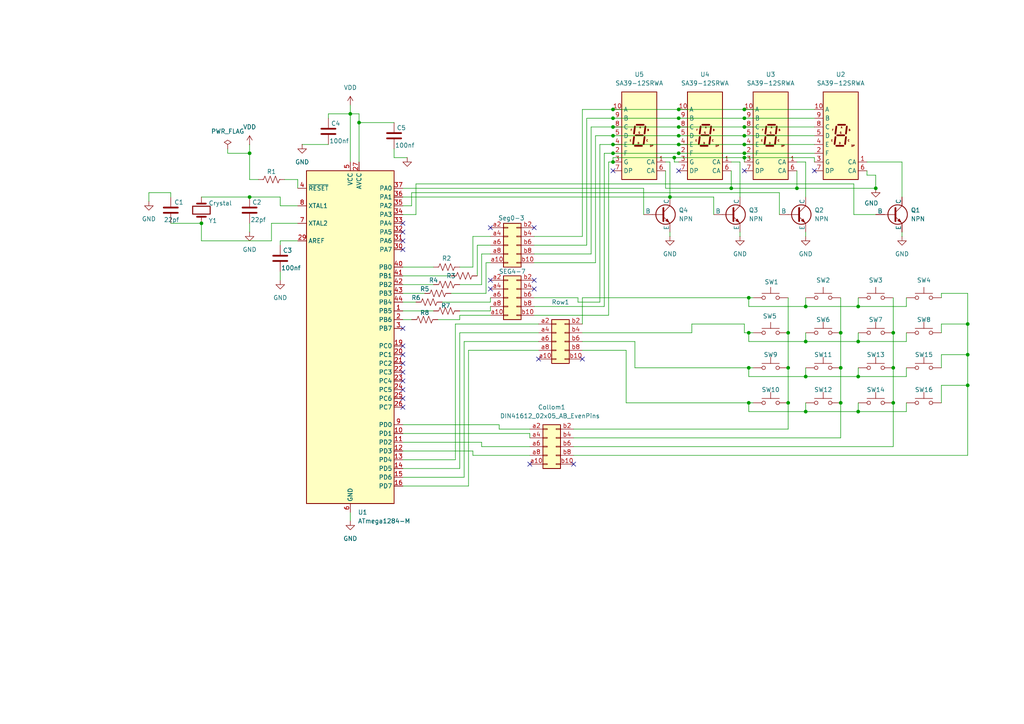
<source format=kicad_sch>
(kicad_sch (version 20231120) (generator "eeschema") (generator_version "8.0")
  (paper "A4")
  (lib_symbols
    (symbol "Connector:DIN41612_02x05_AB_EvenPins" (pin_names (offset 1.016) hide)
      (property "Reference" "J" (at 1.27 7.62 0))
      (property "Value" "DIN41612_02x05_AB_EvenPins" (at 1.27 -7.62 0))
      (symbol "DIN41612_02x05_AB_EvenPins_1_1"
        (rectangle (start -1.27 -4.953) (end 0 -5.207) (stroke (width 0.1524)))
        (rectangle (start -1.27 -2.413) (end 0 -2.667) (stroke (width 0.1524)))
        (rectangle (start -1.27 0.127) (end 0 -0.127) (stroke (width 0.1524)))
        (rectangle (start -1.27 2.667) (end 0 2.413) (stroke (width 0.1524)))
        (rectangle (start -1.27 5.207) (end 0 4.953) (stroke (width 0.1524)))
        (rectangle (start -1.27 6.35) (end 3.81 -6.35) (stroke (width 0.254)) (fill (type background)))
        (rectangle (start 3.81 -4.953) (end 2.54 -5.207) (stroke (width 0.1524)))
        (rectangle (start 3.81 -2.413) (end 2.54 -2.667) (stroke (width 0.1524)))
        (rectangle (start 3.81 0.127) (end 2.54 -0.127) (stroke (width 0.1524)))
        (rectangle (start 3.81 2.667) (end 2.54 2.413) (stroke (width 0.1524)))
        (rectangle (start 3.81 5.207) (end 2.54 4.953) (stroke (width 0.1524)))
        (pin passive line (at -5.08 -5.08 0) (length 3.81) (name "Pin_a10") (number "a10"))
        (pin passive line (at -5.08 5.08 0) (length 3.81) (name "Pin_a2") (number "a2"))
        (pin passive line (at -5.08 2.54 0) (length 3.81) (name "Pin_a4") (number "a4"))
        (pin passive line (at -5.08 0 0) (length 3.81) (name "Pin_a6") (number "a6"))
        (pin passive line (at -5.08 -2.54 0) (length 3.81) (name "Pin_a8") (number "a8"))
        (pin passive line (at 7.62 -5.08 180) (length 3.81) (name "Pin_b10") (number "b10"))
        (pin passive line (at 7.62 5.08 180) (length 3.81) (name "Pin_b2") (number "b2"))
        (pin passive line (at 7.62 2.54 180) (length 3.81) (name "Pin_b4") (number "b4"))
        (pin passive line (at 7.62 0 180) (length 3.81) (name "Pin_b6") (number "b6"))
        (pin passive line (at 7.62 -2.54 180) (length 3.81) (name "Pin_b8") (number "b8"))
      )
    )
    (symbol "Device:C" (pin_numbers hide) (pin_names (offset 0.254))
      (property "Reference" "C" (at 0.635 2.54 0))
      (property "Value" "C" (at 0.635 -2.54 0))
      (symbol "C_0_1"
        (polyline (pts (xy -2.032 -0.762) (xy 2.032 -0.762)) (stroke (width 0.508)))
        (polyline (pts (xy -2.032 0.762) (xy 2.032 0.762)) (stroke (width 0.508)))
      )
      (symbol "C_1_1"
        (pin passive line (at 0 3.81 270) (length 2.794) (name "~") (number "1"))
        (pin passive line (at 0 -3.81 90) (length 2.794) (name "~") (number "2"))
      )
    )
    (symbol "Device:Crystal" (pin_numbers hide) (pin_names (offset 1.016) hide)
      (property "Reference" "Y" (at 0 3.81 0))
      (property "Value" "Crystal" (at 0 -3.81 0))
      (symbol "Crystal_0_1"
        (rectangle (start -1.143 2.54) (end 1.143 -2.54) (stroke (width 0.3048)))
        (polyline (pts (xy -2.54 0) (xy -1.905 0)))
        (polyline (pts (xy -1.905 -1.27) (xy -1.905 1.27)) (stroke (width 0.508)))
        (polyline (pts (xy 1.905 -1.27) (xy 1.905 1.27)) (stroke (width 0.508)))
        (polyline (pts (xy 2.54 0) (xy 1.905 0)))
      )
      (symbol "Crystal_1_1"
        (pin passive line (at -3.81 0 0) (length 1.27) (name "1") (number "1"))
        (pin passive line (at 3.81 0 180) (length 1.27) (name "2") (number "2"))
      )
    )
    (symbol "Device:R_US" (pin_numbers hide) (pin_names (offset 0))
      (property "Reference" "R" (at 2.54 0 90))
      (property "Value" "R_US" (at -2.54 0 90))
      (symbol "R_US_0_1"
        (polyline (pts (xy 0 -2.286) (xy 0 -2.54)))
        (polyline (pts (xy 0 2.286) (xy 0 2.54)))
        (polyline (pts (xy 0 -0.762) (xy 1.016 -1.143) (xy 0 -1.524) (xy -1.016 -1.905) (xy 0 -2.286)))
        (polyline (pts (xy 0 0.762) (xy 1.016 0.381) (xy 0 0) (xy -1.016 -0.381) (xy 0 -0.762)))
        (polyline (pts (xy 0 2.286) (xy 1.016 1.905) (xy 0 1.524) (xy -1.016 1.143) (xy 0 0.762)))
      )
      (symbol "R_US_1_1"
        (pin passive line (at 0 3.81 270) (length 1.27) (name "~") (number "1"))
        (pin passive line (at 0 -3.81 90) (length 1.27) (name "~") (number "2"))
      )
    )
    (symbol "Display_Character:SA39-12SRWA"
      (property "Reference" "U" (at -3.81 13.97 0))
      (property "Value" "SA39-12SRWA" (at 6.35 13.97 0))
      (symbol "SA39-12SRWA_1_0"
        (text "A" (at 0.254 2.413 0) (effects (font (size 0.508 0.508))))
        (text "B" (at 2.54 1.651 0) (effects (font (size 0.508 0.508))))
        (text "C" (at 2.286 -1.397 0) (effects (font (size 0.508 0.508))))
        (text "D" (at -0.254 -2.159 0) (effects (font (size 0.508 0.508))))
        (text "DP" (at 3.556 -2.921 0) (effects (font (size 0.508 0.508))))
        (text "E" (at -2.54 -1.397 0) (effects (font (size 0.508 0.508))))
        (text "F" (at -2.286 1.651 0) (effects (font (size 0.508 0.508))))
        (text "G" (at 0 0.889 0) (effects (font (size 0.508 0.508))))
      )
      (symbol "SA39-12SRWA_1_1"
        (rectangle (start -5.08 12.7) (end 5.08 -12.7) (stroke (width 0.254)) (fill (type background)))
        (polyline (pts (xy -1.524 -0.381) (xy -1.778 -2.413)) (stroke (width 0.508)))
        (polyline (pts (xy -1.27 -2.921) (xy 0.762 -2.921)) (stroke (width 0.508)))
        (polyline (pts (xy -1.27 2.667) (xy -1.524 0.635)) (stroke (width 0.508)))
        (polyline (pts (xy -1.016 0.127) (xy 1.016 0.127)) (stroke (width 0.508)))
        (polyline (pts (xy -0.762 3.175) (xy 1.27 3.175)) (stroke (width 0.508)))
        (polyline (pts (xy 1.524 -0.381) (xy 1.27 -2.413)) (stroke (width 0.508)))
        (polyline (pts (xy 1.778 2.667) (xy 1.524 0.635)) (stroke (width 0.508)))
        (polyline (pts (xy 2.54 -2.921) (xy 2.54 -2.921)) (stroke (width 0.508)))
        (pin input line (at 7.62 -7.62 180) (length 2.54) (name "CA") (number "1"))
        (pin input line (at -7.62 7.62 0) (length 2.54) (name "A") (number "10"))
        (pin input line (at -7.62 -5.08 0) (length 2.54) (name "F") (number "2"))
        (pin input line (at -7.62 -7.62 0) (length 2.54) (name "G") (number "3"))
        (pin input line (at -7.62 -2.54 0) (length 2.54) (name "E") (number "4"))
        (pin input line (at -7.62 0 0) (length 2.54) (name "D") (number "5"))
        (pin input line (at 7.62 -10.16 180) (length 2.54) (name "CA") (number "6"))
        (pin input line (at -7.62 -10.16 0) (length 2.54) (name "DP") (number "7"))
        (pin input line (at -7.62 2.54 0) (length 2.54) (name "C") (number "8"))
        (pin input line (at -7.62 5.08 0) (length 2.54) (name "B") (number "9"))
      )
    )
    (symbol "MCU_Microchip_ATmega:ATmega1284-M"
      (property "Reference" "U" (at -12.7 49.53 0))
      (property "Value" "ATmega1284-M" (at 2.54 -49.53 0))
      (symbol "ATmega1284-M_0_1"
        (rectangle (start -12.7 -48.26) (end 12.7 48.26) (stroke (width 0.254)) (fill (type background)))
      )
      (symbol "ATmega1284-M_1_1"
        (pin bidirectional line (at 15.24 7.62 180) (length 2.54) (name "PB5") (number "1"))
        (pin bidirectional line (at 15.24 -27.94 180) (length 2.54) (name "PD1") (number "10"))
        (pin bidirectional line (at 15.24 -30.48 180) (length 2.54) (name "PD2") (number "11"))
        (pin bidirectional line (at 15.24 -33.02 180) (length 2.54) (name "PD3") (number "12"))
        (pin bidirectional line (at 15.24 -35.56 180) (length 2.54) (name "PD4") (number "13"))
        (pin bidirectional line (at 15.24 -38.1 180) (length 2.54) (name "PD5") (number "14"))
        (pin bidirectional line (at 15.24 -40.64 180) (length 2.54) (name "PD6") (number "15"))
        (pin bidirectional line (at 15.24 -43.18 180) (length 2.54) (name "PD7") (number "16"))
        (pin passive line (at 0 50.8 270) (length 2.54) hide (name "VCC") (number "17"))
        (pin passive line (at 0 -50.8 90) (length 2.54) hide (name "GND") (number "18"))
        (pin bidirectional line (at 15.24 -2.54 180) (length 2.54) (name "PC0") (number "19"))
        (pin bidirectional line (at 15.24 5.08 180) (length 2.54) (name "PB6") (number "2"))
        (pin bidirectional line (at 15.24 -5.08 180) (length 2.54) (name "PC1") (number "20"))
        (pin bidirectional line (at 15.24 -7.62 180) (length 2.54) (name "PC2") (number "21"))
        (pin bidirectional line (at 15.24 -10.16 180) (length 2.54) (name "PC3") (number "22"))
        (pin bidirectional line (at 15.24 -12.7 180) (length 2.54) (name "PC4") (number "23"))
        (pin bidirectional line (at 15.24 -15.24 180) (length 2.54) (name "PC5") (number "24"))
        (pin bidirectional line (at 15.24 -17.78 180) (length 2.54) (name "PC6") (number "25"))
        (pin bidirectional line (at 15.24 -20.32 180) (length 2.54) (name "PC7") (number "26"))
        (pin power_in line (at 2.54 50.8 270) (length 2.54) (name "AVCC") (number "27"))
        (pin passive line (at 0 -50.8 90) (length 2.54) hide (name "GND") (number "28"))
        (pin passive line (at -15.24 27.94 0) (length 2.54) (name "AREF") (number "29"))
        (pin bidirectional line (at 15.24 2.54 180) (length 2.54) (name "PB7") (number "3"))
        (pin bidirectional line (at 15.24 25.4 180) (length 2.54) (name "PA7") (number "30"))
        (pin bidirectional line (at 15.24 27.94 180) (length 2.54) (name "PA6") (number "31"))
        (pin bidirectional line (at 15.24 30.48 180) (length 2.54) (name "PA5") (number "32"))
        (pin bidirectional line (at 15.24 33.02 180) (length 2.54) (name "PA4") (number "33"))
        (pin bidirectional line (at 15.24 35.56 180) (length 2.54) (name "PA3") (number "34"))
        (pin bidirectional line (at 15.24 38.1 180) (length 2.54) (name "PA2") (number "35"))
        (pin bidirectional line (at 15.24 40.64 180) (length 2.54) (name "PA1") (number "36"))
        (pin bidirectional line (at 15.24 43.18 180) (length 2.54) (name "PA0") (number "37"))
        (pin passive line (at 0 50.8 270) (length 2.54) hide (name "VCC") (number "38"))
        (pin passive line (at 0 -50.8 90) (length 2.54) hide (name "GND") (number "39"))
        (pin input line (at -15.24 43.18 0) (length 2.54) (name "~{RESET}") (number "4"))
        (pin bidirectional line (at 15.24 20.32 180) (length 2.54) (name "PB0") (number "40"))
        (pin bidirectional line (at 15.24 17.78 180) (length 2.54) (name "PB1") (number "41"))
        (pin bidirectional line (at 15.24 15.24 180) (length 2.54) (name "PB2") (number "42"))
        (pin bidirectional line (at 15.24 12.7 180) (length 2.54) (name "PB3") (number "43"))
        (pin bidirectional line (at 15.24 10.16 180) (length 2.54) (name "PB4") (number "44"))
        (pin passive line (at 0 -50.8 90) (length 2.54) hide (name "GND") (number "45"))
        (pin power_in line (at 0 50.8 270) (length 2.54) (name "VCC") (number "5"))
        (pin power_in line (at 0 -50.8 90) (length 2.54) (name "GND") (number "6"))
        (pin output line (at -15.24 33.02 0) (length 2.54) (name "XTAL2") (number "7"))
        (pin input line (at -15.24 38.1 0) (length 2.54) (name "XTAL1") (number "8"))
        (pin bidirectional line (at 15.24 -25.4 180) (length 2.54) (name "PD0") (number "9"))
      )
    )
    (symbol "Simulation_SPICE:NPN" (pin_numbers hide) (pin_names (offset 0))
      (property "Reference" "Q" (at -2.54 7.62 0))
      (property "Value" "NPN" (at -2.54 5.08 0))
      (symbol "NPN_0_1"
        (polyline (pts (xy -2.54 0) (xy 0.635 0)) (stroke (width 0.1524)))
        (polyline (pts (xy 0.635 0.635) (xy 2.54 2.54)))
        (polyline (pts (xy 2.794 -1.27) (xy 2.794 -1.27)) (stroke (width 0.1524)))
        (polyline (pts (xy 2.794 -1.27) (xy 2.794 -1.27)) (stroke (width 0.1524)))
        (polyline (pts (xy 0.635 -0.635) (xy 2.54 -2.54) (xy 2.54 -2.54)))
        (polyline (pts (xy 0.635 1.905) (xy 0.635 -1.905) (xy 0.635 -1.905)) (stroke (width 0.508)))
        (polyline (pts (xy 1.27 -1.778) (xy 1.778 -1.27) (xy 2.286 -2.286) (xy 1.27 -1.778) (xy 1.27 -1.778)) (fill (type outline)))
        (circle (center 1.27 0) (radius 2.8194) (stroke (width 0.254)))
      )
      (symbol "NPN_1_1"
        (pin open_collector line (at 2.54 5.08 270) (length 2.54) (name "C") (number "1"))
        (pin input line (at -5.08 0 0) (length 2.54) (name "B") (number "2"))
        (pin open_emitter line (at 2.54 -5.08 90) (length 2.54) (name "E") (number "3"))
      )
    )
    (symbol "Switch:SW_Push" (pin_numbers hide) (pin_names (offset 1.016) hide)
      (property "Reference" "SW" (at 1.27 2.54 0))
      (property "Value" "SW_Push" (at 0 -1.524 0))
      (symbol "SW_Push_0_1"
        (circle (center -2.032 0) (radius 0.508))
        (polyline (pts (xy 0 1.27) (xy 0 3.048)))
        (polyline (pts (xy 2.54 1.27) (xy -2.54 1.27)))
        (circle (center 2.032 0) (radius 0.508))
        (pin passive line (at -5.08 0 0) (length 2.54) (name "1") (number "1"))
        (pin passive line (at 5.08 0 180) (length 2.54) (name "2") (number "2"))
      )
    )
    (symbol "power:GND" (power) (pin_numbers hide) (pin_names (offset 0) hide)
      (property "Value" "GND" (at 0 -3.81 0))
      (symbol "GND_0_1"
        (polyline (pts (xy 0 0) (xy 0 -1.27) (xy 1.27 -1.27) (xy 0 -2.54) (xy -1.27 -1.27) (xy 0 -1.27)))
      )
      (symbol "GND_1_1"
        (pin power_in line (at 0 0 270) (length 0) (name "~") (number "1"))
      )
    )
    (symbol "power:PWR_FLAG" (power) (pin_numbers hide) (pin_names (offset 0) hide)
      (property "Value" "PWR_FLAG" (at 0 3.81 0))
      (symbol "PWR_FLAG_0_0"
        (pin power_out line (at 0 0 90) (length 0) (name "~") (number "1"))
      )
      (symbol "PWR_FLAG_0_1"
        (polyline (pts (xy 0 0) (xy 0 1.27) (xy -1.016 1.905) (xy 0 2.54) (xy 1.016 1.905) (xy 0 1.27)))
      )
    )
    (symbol "power:VDD" (power) (pin_numbers hide) (pin_names (offset 0) hide)
      (property "Value" "VDD" (at 0 3.556 0))
      (symbol "VDD_0_1"
        (polyline (pts (xy -0.762 1.27) (xy 0 2.54)))
        (polyline (pts (xy 0 0) (xy 0 2.54)))
        (polyline (pts (xy 0 2.54) (xy 0.762 1.27)))
      )
      (symbol "VDD_1_1"
        (pin power_in line (at 0 0 90) (length 0) (name "~") (number "1"))
      )
    )
  )
  (junction (at 259.08 106.68))
  (junction (at 233.68 99.06))
  (junction (at 280.67 102.87))
  (junction (at 177.8 39.37))
  (junction (at 217.17 116.84))
  (junction (at 101.6 33.02))
  (junction (at 177.8 34.29))
  (junction (at 196.85 34.29))
  (junction (at 194.31 57.15))
  (junction (at 243.84 106.68))
  (junction (at 231.14 54.61))
  (junction (at 177.8 41.91))
  (junction (at 72.39 44.45))
  (junction (at 196.85 39.37))
  (junction (at 177.8 31.75))
  (junction (at 58.42 64.77))
  (junction (at 217.17 86.36))
  (junction (at 72.39 57.15))
  (junction (at 228.6 116.84))
  (junction (at 215.9 44.45))
  (junction (at 228.6 96.52))
  (junction (at 228.6 106.68))
  (junction (at 280.67 93.98))
  (junction (at 196.85 31.75))
  (junction (at 177.8 36.83))
  (junction (at 215.9 41.91))
  (junction (at 233.68 119.38))
  (junction (at 195.58 45.72))
  (junction (at 259.08 116.84))
  (junction (at 215.9 31.75))
  (junction (at 233.68 88.9))
  (junction (at 215.9 36.83))
  (junction (at 248.92 119.38))
  (junction (at 233.68 109.22))
  (junction (at 243.84 116.84))
  (junction (at 254 54.61))
  (junction (at 177.8 44.45))
  (junction (at 215.9 45.72))
  (junction (at 280.67 111.76))
  (junction (at 217.17 96.52))
  (junction (at 196.85 41.91))
  (junction (at 243.84 96.52))
  (junction (at 196.85 44.45))
  (junction (at 215.9 39.37))
  (junction (at 104.14 35.56))
  (junction (at 248.92 88.9))
  (junction (at 177.8 46.99))
  (junction (at 248.92 99.06))
  (junction (at 196.85 36.83))
  (junction (at 259.08 96.52))
  (junction (at 215.9 34.29))
  (junction (at 248.92 109.22))
  (junction (at 212.09 54.61))
  (junction (at 217.17 106.68))
  (no_connect (at 168.91 104.14))
  (no_connect (at 142.24 83.82))
  (no_connect (at 177.8 49.53))
  (no_connect (at 116.84 72.39))
  (no_connect (at 116.84 105.41))
  (no_connect (at 116.84 95.25))
  (no_connect (at 116.84 115.57))
  (no_connect (at 116.84 118.11))
  (no_connect (at 153.67 134.62))
  (no_connect (at 116.84 107.95))
  (no_connect (at 215.9 49.53))
  (no_connect (at 236.22 49.53))
  (no_connect (at 196.85 49.53))
  (no_connect (at 116.84 64.77))
  (no_connect (at 142.24 81.28))
  (no_connect (at 142.24 66.04))
  (no_connect (at 116.84 110.49))
  (no_connect (at 116.84 100.33))
  (no_connect (at 116.84 69.85))
  (no_connect (at 116.84 113.03))
  (no_connect (at 116.84 102.87))
  (no_connect (at 156.21 104.14))
  (no_connect (at 154.94 83.82))
  (no_connect (at 154.94 81.28))
  (no_connect (at 116.84 67.31))
  (no_connect (at 166.37 134.62))
  (no_connect (at 154.94 66.04))
  (wire (pts (xy 168.91 68.58) (xy 168.91 31.75)))
  (wire (pts (xy 233.68 119.38) (xy 217.17 119.38)))
  (wire (pts (xy 168.91 31.75) (xy 177.8 31.75)))
  (wire (pts (xy 177.8 31.75) (xy 196.85 31.75)))
  (wire (pts (xy 215.9 31.75) (xy 236.22 31.75)))
  (wire (pts (xy 153.67 124.46) (xy 144.78 124.46)))
  (wire (pts (xy 233.68 106.68) (xy 233.68 109.22)))
  (wire (pts (xy 196.85 46.99) (xy 195.58 46.99)))
  (wire (pts (xy 133.35 90.17) (xy 142.24 90.17)))
  (wire (pts (xy 173.99 41.91) (xy 177.8 41.91)))
  (wire (pts (xy 86.36 52.07) (xy 82.55 52.07)))
  (wire (pts (xy 116.84 77.47) (xy 125.73 77.47)))
  (wire (pts (xy 251.46 50.8) (xy 254 50.8)))
  (wire (pts (xy 154.94 88.9) (xy 175.26 88.9)))
  (wire (pts (xy 233.68 99.06) (xy 248.92 99.06)))
  (wire (pts (xy 184.15 106.68) (xy 217.17 106.68)))
  (wire (pts (xy 133.35 91.44) (xy 133.35 92.71)))
  (wire (pts (xy 194.31 46.99) (xy 194.31 57.15)))
  (wire (pts (xy 251.46 46.99) (xy 261.62 46.99)))
  (wire (pts (xy 116.84 135.89) (xy 133.35 135.89)))
  (wire (pts (xy 273.05 86.36) (xy 273.05 85.09)))
  (wire (pts (xy 233.68 109.22) (xy 248.92 109.22)))
  (wire (pts (xy 139.7 82.55) (xy 133.35 82.55)))
  (wire (pts (xy 226.06 55.88) (xy 119.38 55.88)))
  (wire (pts (xy 144.78 124.46) (xy 144.78 123.19)))
  (wire (pts (xy 261.62 46.99) (xy 261.62 57.15)))
  (wire (pts (xy 175.26 44.45) (xy 177.8 44.45)))
  (wire (pts (xy 273.05 85.09) (xy 280.67 85.09)))
  (wire (pts (xy 74.93 52.07) (xy 72.39 52.07)))
  (wire (pts (xy 262.89 106.68) (xy 262.89 109.22)))
  (wire (pts (xy 132.08 93.98) (xy 132.08 133.35)))
  (wire (pts (xy 140.97 85.09) (xy 140.97 76.2)))
  (wire (pts (xy 172.72 76.2) (xy 172.72 39.37)))
  (wire (pts (xy 173.99 87.63) (xy 173.99 41.91)))
  (wire (pts (xy 134.62 138.43) (xy 116.84 138.43)))
  (wire (pts (xy 116.84 62.23) (xy 120.65 62.23)))
  (wire (pts (xy 116.84 128.27) (xy 139.7 128.27)))
  (wire (pts (xy 116.84 82.55) (xy 125.73 82.55)))
  (wire (pts (xy 228.6 106.68) (xy 228.6 116.84)))
  (wire (pts (xy 176.53 91.44) (xy 176.53 46.99)))
  (wire (pts (xy 78.74 69.85) (xy 58.42 69.85)))
  (wire (pts (xy 153.67 129.54) (xy 139.7 129.54)))
  (wire (pts (xy 233.68 88.9) (xy 217.17 88.9)))
  (wire (pts (xy 95.25 33.02) (xy 101.6 33.02)))
  (wire (pts (xy 49.53 64.77) (xy 58.42 64.77)))
  (wire (pts (xy 215.9 93.98) (xy 200.66 93.98)))
  (wire (pts (xy 218.44 96.52) (xy 217.17 96.52)))
  (wire (pts (xy 259.08 86.36) (xy 259.08 96.52)))
  (wire (pts (xy 66.04 44.45) (xy 72.39 44.45)))
  (wire (pts (xy 273.05 93.98) (xy 280.67 93.98)))
  (wire (pts (xy 116.84 140.97) (xy 135.89 140.97)))
  (wire (pts (xy 116.84 90.17) (xy 125.73 90.17)))
  (wire (pts (xy 167.64 86.36) (xy 167.64 87.63)))
  (wire (pts (xy 116.84 54.61) (xy 186.69 54.61)))
  (wire (pts (xy 243.84 86.36) (xy 243.84 96.52)))
  (wire (pts (xy 81.28 69.85) (xy 86.36 69.85)))
  (wire (pts (xy 228.6 86.36) (xy 228.6 96.52)))
  (wire (pts (xy 118.11 45.72) (xy 114.3 45.72)))
  (wire (pts (xy 273.05 116.84) (xy 273.05 111.76)))
  (wire (pts (xy 214.63 46.99) (xy 214.63 57.15)))
  (wire (pts (xy 248.92 88.9) (xy 262.89 88.9)))
  (wire (pts (xy 233.68 96.52) (xy 233.68 99.06)))
  (wire (pts (xy 181.61 116.84) (xy 217.17 116.84)))
  (wire (pts (xy 101.6 46.99) (xy 101.6 33.02)))
  (wire (pts (xy 87.63 41.91) (xy 95.25 41.91)))
  (wire (pts (xy 248.92 119.38) (xy 262.89 119.38)))
  (wire (pts (xy 153.67 125.73) (xy 153.67 127)))
  (wire (pts (xy 154.94 91.44) (xy 176.53 91.44)))
  (wire (pts (xy 81.28 57.15) (xy 72.39 57.15)))
  (wire (pts (xy 251.46 50.8) (xy 251.46 49.53)))
  (wire (pts (xy 138.43 80.01) (xy 138.43 71.12)))
  (wire (pts (xy 168.91 93.98) (xy 168.91 86.36)))
  (wire (pts (xy 166.37 132.08) (xy 280.67 132.08)))
  (wire (pts (xy 262.89 86.36) (xy 262.89 88.9)))
  (wire (pts (xy 104.14 35.56) (xy 114.3 35.56)))
  (wire (pts (xy 116.84 125.73) (xy 153.67 125.73)))
  (wire (pts (xy 280.67 93.98) (xy 280.67 85.09)))
  (wire (pts (xy 194.31 67.31) (xy 194.31 68.58)))
  (wire (pts (xy 101.6 33.02) (xy 101.6 30.48)))
  (wire (pts (xy 116.84 85.09) (xy 123.19 85.09)))
  (wire (pts (xy 247.65 62.23) (xy 254 62.23)))
  (wire (pts (xy 128.27 87.63) (xy 142.24 87.63)))
  (wire (pts (xy 214.63 67.31) (xy 214.63 68.58)))
  (wire (pts (xy 195.58 45.72) (xy 215.9 45.72)))
  (wire (pts (xy 120.65 53.34) (xy 247.65 53.34)))
  (wire (pts (xy 215.9 45.72) (xy 215.9 46.99)))
  (wire (pts (xy 215.9 34.29) (xy 236.22 34.29)))
  (wire (pts (xy 231.14 54.61) (xy 212.09 54.61)))
  (wire (pts (xy 196.85 31.75) (xy 215.9 31.75)))
  (wire (pts (xy 86.36 54.61) (xy 86.36 52.07)))
  (wire (pts (xy 233.68 67.31) (xy 233.68 68.58)))
  (wire (pts (xy 177.8 36.83) (xy 196.85 36.83)))
  (wire (pts (xy 212.09 46.99) (xy 214.63 46.99)))
  (wire (pts (xy 72.39 44.45) (xy 72.39 41.91)))
  (wire (pts (xy 133.35 92.71) (xy 127 92.71)))
  (wire (pts (xy 171.45 36.83) (xy 177.8 36.83)))
  (wire (pts (xy 72.39 64.77) (xy 72.39 67.31)))
  (wire (pts (xy 172.72 39.37) (xy 177.8 39.37)))
  (wire (pts (xy 233.68 46.99) (xy 233.68 57.15)))
  (wire (pts (xy 248.92 86.36) (xy 248.92 88.9)))
  (wire (pts (xy 81.28 71.12) (xy 81.28 69.85)))
  (wire (pts (xy 101.6 148.59) (xy 101.6 151.13)))
  (wire (pts (xy 194.31 46.99) (xy 193.04 46.99)))
  (wire (pts (xy 261.62 67.31) (xy 261.62 68.58)))
  (wire (pts (xy 200.66 96.52) (xy 168.91 96.52)))
  (wire (pts (xy 177.8 41.91) (xy 196.85 41.91)))
  (wire (pts (xy 140.97 76.2) (xy 142.24 76.2)))
  (wire (pts (xy 168.91 99.06) (xy 184.15 99.06)))
  (wire (pts (xy 43.18 58.42) (xy 43.18 55.88)))
  (wire (pts (xy 142.24 73.66) (xy 139.7 73.66)))
  (wire (pts (xy 217.17 88.9) (xy 217.17 86.36)))
  (wire (pts (xy 280.67 111.76) (xy 280.67 102.87)))
  (wire (pts (xy 273.05 106.68) (xy 273.05 102.87)))
  (wire (pts (xy 137.16 130.81) (xy 137.16 132.08)))
  (wire (pts (xy 139.7 73.66) (xy 139.7 82.55)))
  (wire (pts (xy 116.84 130.81) (xy 137.16 130.81)))
  (wire (pts (xy 215.9 44.45) (xy 236.22 44.45)))
  (wire (pts (xy 186.69 62.23) (xy 186.69 54.61)))
  (wire (pts (xy 184.15 99.06) (xy 184.15 106.68)))
  (wire (pts (xy 171.45 73.66) (xy 171.45 36.83)))
  (wire (pts (xy 166.37 124.46) (xy 228.6 124.46)))
  (wire (pts (xy 181.61 101.6) (xy 181.61 116.84)))
  (wire (pts (xy 120.65 62.23) (xy 120.65 53.34)))
  (wire (pts (xy 119.38 59.69) (xy 116.84 59.69)))
  (wire (pts (xy 233.68 116.84) (xy 233.68 119.38)))
  (wire (pts (xy 156.21 93.98) (xy 132.08 93.98)))
  (wire (pts (xy 177.8 34.29) (xy 170.18 34.29)))
  (wire (pts (xy 170.18 71.12) (xy 154.94 71.12)))
  (wire (pts (xy 196.85 36.83) (xy 215.9 36.83)))
  (wire (pts (xy 104.14 46.99) (xy 104.14 35.56)))
  (wire (pts (xy 138.43 71.12) (xy 142.24 71.12)))
  (wire (pts (xy 243.84 116.84) (xy 243.84 127)))
  (wire (pts (xy 248.92 109.22) (xy 262.89 109.22)))
  (wire (pts (xy 248.92 116.84) (xy 248.92 119.38)))
  (wire (pts (xy 254 54.61) (xy 231.14 54.61)))
  (wire (pts (xy 196.85 39.37) (xy 215.9 39.37)))
  (wire (pts (xy 167.64 87.63) (xy 173.99 87.63)))
  (wire (pts (xy 247.65 53.34) (xy 247.65 62.23)))
  (wire (pts (xy 231.14 54.61) (xy 231.14 49.53)))
  (wire (pts (xy 142.24 86.36) (xy 142.24 87.63)))
  (wire (pts (xy 262.89 96.52) (xy 262.89 99.06)))
  (wire (pts (xy 116.84 87.63) (xy 120.65 87.63)))
  (wire (pts (xy 66.04 43.18) (xy 66.04 44.45)))
  (wire (pts (xy 193.04 49.53) (xy 193.04 54.61)))
  (wire (pts (xy 215.9 45.72) (xy 236.22 45.72)))
  (wire (pts (xy 154.94 86.36) (xy 167.64 86.36)))
  (wire (pts (xy 142.24 91.44) (xy 133.35 91.44)))
  (wire (pts (xy 233.68 119.38) (xy 248.92 119.38)))
  (wire (pts (xy 259.08 106.68) (xy 259.08 116.84)))
  (wire (pts (xy 233.68 46.99) (xy 231.14 46.99)))
  (wire (pts (xy 135.89 101.6) (xy 156.21 101.6)))
  (wire (pts (xy 177.8 34.29) (xy 196.85 34.29)))
  (wire (pts (xy 243.84 127) (xy 166.37 127)))
  (wire (pts (xy 114.3 45.72) (xy 114.3 43.18)))
  (wire (pts (xy 215.9 41.91) (xy 236.22 41.91)))
  (wire (pts (xy 154.94 76.2) (xy 172.72 76.2)))
  (wire (pts (xy 215.9 36.83) (xy 236.22 36.83)))
  (wire (pts (xy 243.84 106.68) (xy 243.84 116.84)))
  (wire (pts (xy 212.09 54.61) (xy 193.04 54.61)))
  (wire (pts (xy 215.9 39.37) (xy 236.22 39.37)))
  (wire (pts (xy 196.85 41.91) (xy 215.9 41.91)))
  (wire (pts (xy 142.24 90.17) (xy 142.24 88.9)))
  (wire (pts (xy 217.17 119.38) (xy 217.17 116.84)))
  (wire (pts (xy 280.67 102.87) (xy 280.67 93.98)))
  (wire (pts (xy 104.14 33.02) (xy 101.6 33.02)))
  (wire (pts (xy 273.05 111.76) (xy 280.67 111.76)))
  (wire (pts (xy 259.08 129.54) (xy 166.37 129.54)))
  (wire (pts (xy 81.28 78.74) (xy 81.28 81.28)))
  (wire (pts (xy 226.06 62.23) (xy 226.06 55.88)))
  (wire (pts (xy 233.68 88.9) (xy 248.92 88.9)))
  (wire (pts (xy 212.09 49.53) (xy 212.09 54.61)))
  (wire (pts (xy 104.14 33.02) (xy 104.14 35.56)))
  (wire (pts (xy 215.9 96.52) (xy 215.9 93.98)))
  (wire (pts (xy 233.68 86.36) (xy 233.68 88.9)))
  (wire (pts (xy 233.68 109.22) (xy 217.17 109.22)))
  (wire (pts (xy 137.16 77.47) (xy 137.16 68.58)))
  (wire (pts (xy 49.53 55.88) (xy 49.53 57.15)))
  (wire (pts (xy 280.67 132.08) (xy 280.67 111.76)))
  (wire (pts (xy 177.8 45.72) (xy 177.8 46.99)))
  (wire (pts (xy 243.84 96.52) (xy 243.84 106.68)))
  (wire (pts (xy 233.68 99.06) (xy 217.17 99.06)))
  (wire (pts (xy 228.6 124.46) (xy 228.6 116.84)))
  (wire (pts (xy 217.17 106.68) (xy 218.44 106.68)))
  (wire (pts (xy 196.85 34.29) (xy 215.9 34.29)))
  (wire (pts (xy 86.36 59.69) (xy 81.28 59.69)))
  (wire (pts (xy 217.17 99.06) (xy 217.17 96.52)))
  (wire (pts (xy 116.84 92.71) (xy 119.38 92.71)))
  (wire (pts (xy 175.26 88.9) (xy 175.26 44.45)))
  (wire (pts (xy 168.91 86.36) (xy 217.17 86.36)))
  (wire (pts (xy 139.7 129.54) (xy 139.7 128.27)))
  (wire (pts (xy 154.94 73.66) (xy 171.45 73.66)))
  (wire (pts (xy 273.05 96.52) (xy 273.05 93.98)))
  (wire (pts (xy 137.16 68.58) (xy 142.24 68.58)))
  (wire (pts (xy 170.18 34.29) (xy 170.18 71.12)))
  (wire (pts (xy 248.92 99.06) (xy 262.89 99.06)))
  (wire (pts (xy 58.42 69.85) (xy 58.42 64.77)))
  (wire (pts (xy 133.35 135.89) (xy 133.35 96.52)))
  (wire (pts (xy 86.36 64.77) (xy 78.74 64.77)))
  (wire (pts (xy 259.08 96.52) (xy 259.08 106.68)))
  (wire (pts (xy 132.08 133.35) (xy 116.84 133.35)))
  (wire (pts (xy 134.62 99.06) (xy 134.62 138.43)))
  (wire (pts (xy 95.25 34.29) (xy 95.25 33.02)))
  (wire (pts (xy 217.17 86.36) (xy 218.44 86.36)))
  (wire (pts (xy 207.01 57.15) (xy 207.01 62.23)))
  (wire (pts (xy 137.16 132.08) (xy 153.67 132.08)))
  (wire (pts (xy 194.31 57.15) (xy 207.01 57.15)))
  (wire (pts (xy 116.84 80.01) (xy 130.81 80.01)))
  (wire (pts (xy 259.08 116.84) (xy 259.08 129.54)))
  (wire (pts (xy 195.58 46.99) (xy 195.58 45.72)))
  (wire (pts (xy 154.94 68.58) (xy 168.91 68.58)))
  (wire (pts (xy 177.8 44.45) (xy 196.85 44.45)))
  (wire (pts (xy 217.17 109.22) (xy 217.17 106.68)))
  (wire (pts (xy 130.81 85.09) (xy 140.97 85.09)))
  (wire (pts (xy 144.78 123.19) (xy 116.84 123.19)))
  (wire (pts (xy 196.85 44.45) (xy 215.9 44.45)))
  (wire (pts (xy 273.05 102.87) (xy 280.67 102.87)))
  (wire (pts (xy 254 50.8) (xy 254 54.61)))
  (wire (pts (xy 119.38 55.88) (xy 119.38 59.69)))
  (wire (pts (xy 78.74 64.77) (xy 78.74 69.85)))
  (wire (pts (xy 217.17 116.84) (xy 218.44 116.84)))
  (wire (pts (xy 72.39 52.07) (xy 72.39 44.45)))
  (wire (pts (xy 135.89 140.97) (xy 135.89 101.6)))
  (wire (pts (xy 248.92 106.68) (xy 248.92 109.22)))
  (wire (pts (xy 81.28 59.69) (xy 81.28 57.15)))
  (wire (pts (xy 236.22 46.99) (xy 236.22 45.72)))
  (wire (pts (xy 43.18 55.88) (xy 49.53 55.88)))
  (wire (pts (xy 58.42 57.15) (xy 72.39 57.15)))
  (wire (pts (xy 228.6 96.52) (xy 228.6 106.68)))
  (wire (pts (xy 156.21 99.06) (xy 134.62 99.06)))
  (wire (pts (xy 176.53 46.99) (xy 177.8 46.99)))
  (wire (pts (xy 133.35 96.52) (xy 156.21 96.52)))
  (wire (pts (xy 195.58 45.72) (xy 177.8 45.72)))
  (wire (pts (xy 181.61 101.6) (xy 168.91 101.6)))
  (wire (pts (xy 133.35 77.47) (xy 137.16 77.47)))
  (wire (pts (xy 248.92 96.52) (xy 248.92 99.06)))
  (wire (pts (xy 116.84 57.15) (xy 194.31 57.15)))
  (wire (pts (xy 217.17 96.52) (xy 215.9 96.52)))
  (wire (pts (xy 177.8 39.37) (xy 196.85 39.37)))
  (wire (pts (xy 200.66 93.98) (xy 200.66 96.52)))
  (wire (pts (xy 262.89 116.84) (xy 262.89 119.38)))
  (symbol (lib_id "power:GND") (at 87.63 41.91 0) (unit 1)
    (property "Reference" "#PWR05" (effects (hide yes)))
    (property "Value" "GND" (at 87.63 46.99 0))
    (property "Description" "Power symbol creates a global label with name \"GND\" , ground" (effects (hide yes)))
  )
  (symbol (lib_id "Device:R_US") (at 129.54 77.47 90) (unit 1)
    (property "Reference" "R2" (at 129.54 74.93 90))
    (property "Value" "R_US" (effects (hide yes)))
    (property "Footprint" "Resistor_THT:R_Axial_Power_L20.0mm_W6.4mm_P30.48mm" (effects (hide yes)))
    (property "Description" "Resistor, US symbol" (effects (hide yes)))
  )
  (symbol (lib_id "power:GND") (at 118.11 45.72 0) (unit 1)
    (property "Reference" "#PWR08" (effects (hide yes)))
    (property "Value" "GND" (effects (hide yes)))
    (property "Description" "Power symbol creates a global label with name \"GND\" , ground" (effects (hide yes)))
  )
  (symbol (lib_id "Switch:SW_Push") (at 223.52 86.36 0) (unit 1)
    (property "Reference" "SW1" (at 223.774 81.788 0))
    (property "Value" "SW_Push" (effects (hide yes)))
    (property "Footprint" "Button_Switch_THT:SW_PUSH_6mm_H4.3mm" (effects (hide yes)))
    (property "Description" "Push button switch, generic, two pins" (effects (hide yes)))
  )
  (symbol (lib_id "Switch:SW_Push") (at 238.76 106.68 0) (unit 1)
    (property "Reference" "SW11" (at 238.76 102.87 0))
    (property "Value" "SW_Push" (effects (hide yes)))
    (property "Footprint" "Button_Switch_THT:SW_PUSH_6mm_H4.3mm" (effects (hide yes)))
    (property "Description" "Push button switch, generic, two pins" (effects (hide yes)))
  )
  (symbol (lib_id "Device:R_US") (at 78.74 52.07 90) (unit 1)
    (property "Reference" "R1" (at 78.74 49.784 90))
    (property "Value" "10k" (effects (hide yes)))
    (property "Footprint" "Resistor_SMD:R_0402_1005Metric" (effects (hide yes)))
    (property "Description" "Resistor, US symbol" (effects (hide yes)))
  )
  (symbol (lib_id "Simulation_SPICE:NPN") (at 231.14 62.23 0) (unit 1)
    (property "Reference" "Q2" (at 236.22 60.9599 0) (effects (justify left)))
    (property "Value" "NPN" (at 236.22 63.4999 0) (effects (justify left)))
    (property "Footprint" "Package_TO_SOT_THT:TO-92_HandSolder" (effects (hide yes)))
    (property "Datasheet" "https://ngspice.sourceforge.io/docs/ngspice-html-manual/manual.xhtml#cha_BJTs" (effects (hide yes)))
    (property "Description" "Bipolar transistor symbol for simulation only, substrate tied to the emitter" (effects (hide yes)))
    (property "Sim.Device" "NPN" (effects (hide yes)))
    (property "Sim.Type" "GUMMELPOON" (effects (hide yes)))
    (property "Sim.Pins" "1=C 2=B 3=E" (effects (hide yes)))
  )
  (symbol (lib_id "Connector:DIN41612_02x05_AB_EvenPins") (at 158.75 129.54 0) (unit 1)
    (property "Reference" "Collom1" (at 160.02 118.11 0))
    (property "Value" "DIN41612_02x05_AB_EvenPins" (at 159.512 120.65 0))
    (property "Footprint" "Connector_DIN:DIN41612_B3_2x5_Female_Vertical_THT" (effects (hide yes)))
    (property "Description" "DIN41612 connector, double row (AB) even pins only, 02x05, script generated (kicad-library-utils/schlib/autogen/connector/)" (effects (hide yes)))
  )
  (symbol (lib_id "Switch:SW_Push") (at 223.52 96.52 0) (unit 1)
    (property "Reference" "SW5" (at 223.266 91.694 0))
    (property "Value" "SW_Push" (effects (hide yes)))
    (property "Footprint" "Button_Switch_THT:SW_PUSH_6mm_H4.3mm" (effects (hide yes)))
    (property "Description" "Push button switch, generic, two pins" (effects (hide yes)))
  )
  (symbol (lib_id "Switch:SW_Push") (at 238.76 96.52 0) (unit 1)
    (property "Reference" "SW6" (at 238.76 92.71 0))
    (property "Value" "SW_Push" (effects (hide yes)))
    (property "Footprint" "Button_Switch_THT:SW_PUSH_6mm_H4.3mm" (effects (hide yes)))
    (property "Description" "Push button switch, generic, two pins" (effects (hide yes)))
  )
  (symbol (lib_id "Switch:SW_Push") (at 254 116.84 0) (unit 1)
    (property "Reference" "SW14" (at 254 113.03 0))
    (property "Value" "SW_Push" (effects (hide yes)))
    (property "Footprint" "Button_Switch_THT:SW_PUSH_6mm_H4.3mm" (effects (hide yes)))
    (property "Description" "Push button switch, generic, two pins" (effects (hide yes)))
  )
  (symbol (lib_id "Device:R_US") (at 129.54 90.17 90) (unit 1)
    (property "Reference" "R7" (at 129.286 88.646 90))
    (property "Value" "R_US" (effects (hide yes)))
    (property "Footprint" "Resistor_THT:R_Axial_Power_L20.0mm_W6.4mm_P30.48mm" (effects (hide yes)))
    (property "Description" "Resistor, US symbol" (effects (hide yes)))
  )
  (symbol (lib_id "MCU_Microchip_ATmega:ATmega1284-M") (at 101.6 97.79 0) (unit 1)
    (property "Reference" "U1" (at 103.7941 148.59 0) (effects (justify left)))
    (property "Value" "ATmega1284-M" (at 103.7941 151.13 0) (effects (justify left)))
    (property "Footprint" "Package_DFN_QFN:QFN-44-1EP_7x7mm_P0.5mm_EP5.2x5.2mm" (effects (hide yes)))
    (property "Datasheet" "http://ww1.microchip.com/downloads/en/DeviceDoc/Atmel-8272-8-bit-AVR-microcontroller-ATmega164A_PA-324A_PA-644A_PA-1284_P_datasheet.pdf" (effects (hide yes)))
    (property "Description" "20MHz, 128kB Flash, 16kB SRAM, 4kB EEPROM, JTAG, QFN-44" (effects (hide yes)))
  )
  (symbol (lib_id "Device:R_US") (at 127 85.09 90) (unit 1)
    (property "Reference" "R5" (at 123.19 83.82 90))
    (property "Value" "R_US" (effects (hide yes)))
    (property "Footprint" "Resistor_THT:R_Axial_Power_L20.0mm_W6.4mm_P30.48mm" (effects (hide yes)))
    (property "Description" "Resistor, US symbol" (effects (hide yes)))
  )
  (symbol (lib_id "Switch:SW_Push") (at 223.52 116.84 0) (unit 1)
    (property "Reference" "SW10" (at 223.52 113.03 0))
    (property "Value" "SW_Push" (effects (hide yes)))
    (property "Footprint" "Button_Switch_THT:SW_PUSH_6mm_H4.3mm" (effects (hide yes)))
    (property "Description" "Push button switch, generic, two pins" (effects (hide yes)))
  )
  (symbol (lib_id "power:GND") (at 261.62 68.58 0) (unit 1)
    (property "Reference" "#PWR09" (effects (hide yes)))
    (property "Value" "GND" (at 261.62 73.66 0))
    (property "Description" "Power symbol creates a global label with name \"GND\" , ground" (effects (hide yes)))
  )
  (symbol (lib_id "Switch:SW_Push") (at 267.97 86.36 0) (unit 1)
    (property "Reference" "SW4" (at 267.97 81.28 0))
    (property "Value" "SW_Push" (effects (hide yes)))
    (property "Footprint" "Button_Switch_THT:SW_PUSH_6mm_H4.3mm" (effects (hide yes)))
    (property "Description" "Push button switch, generic, two pins" (effects (hide yes)))
  )
  (symbol (lib_id "power:GND") (at 194.31 68.58 0) (unit 1)
    (property "Reference" "#PWR013" (effects (hide yes)))
    (property "Value" "GND" (at 194.31 73.66 0))
    (property "Description" "Power symbol creates a global label with name \"GND\" , ground" (effects (hide yes)))
  )
  (symbol (lib_id "Switch:SW_Push") (at 267.97 106.68 0) (unit 1)
    (property "Reference" "SW15" (at 267.97 102.87 0))
    (property "Value" "SW_Push" (effects (hide yes)))
    (property "Footprint" "Button_Switch_THT:SW_PUSH_6mm_H4.3mm" (effects (hide yes)))
    (property "Description" "Push button switch, generic, two pins" (effects (hide yes)))
  )
  (symbol (lib_id "power:PWR_FLAG") (at 66.04 43.18 0) (unit 1)
    (property "Reference" "#FLG01" (effects (hide yes)))
    (property "Value" "PWR_FLAG" (at 66.04 38.1 0))
    (property "Description" "Special symbol for telling ERC where power comes from" (effects (hide yes)))
  )
  (symbol (lib_id "Device:R_US") (at 124.46 87.63 90) (unit 1)
    (property "Reference" "R6" (at 120.65 86.36 90))
    (property "Value" "R_US" (effects (hide yes)))
    (property "Footprint" "Resistor_THT:R_Axial_Power_L20.0mm_W6.4mm_P30.48mm" (effects (hide yes)))
    (property "Description" "Resistor, US symbol" (effects (hide yes)))
  )
  (symbol (lib_id "Device:Crystal") (at 58.42 60.96 270) (unit 1)
    (property "Reference" "Y1" (at 62.992 64.008 90) (effects (justify right)))
    (property "Value" "Crystal" (at 67.31 58.928 90) (effects (justify right)))
    (property "Footprint" "Crystal:Crystal_SMD_EuroQuartz_EQ161-2Pin_3.2x1.5mm" (effects (hide yes)))
    (property "Description" "Two pin crystal" (effects (hide yes)))
  )
  (symbol (lib_id "Device:C") (at 49.53 60.96 0) (unit 1)
    (property "Reference" "C1" (at 50.546 58.674 0) (effects (justify left)))
    (property "Value" "22pf" (at 47.498 63.754 0) (effects (justify left)))
    (property "Footprint" "Capacitor_SMD:C_0201_0603Metric" (effects (hide yes)))
    (property "Description" "Unpolarized capacitor" (effects (hide yes)))
  )
  (symbol (lib_id "Device:C") (at 95.25 38.1 0) (unit 1)
    (property "Reference" "C4" (at 96.012 35.814 0) (effects (justify left)))
    (property "Value" "100nf" (at 95.504 40.894 0) (effects (justify left)))
    (property "Footprint" "Capacitor_SMD:C_0201_0603Metric" (effects (hide yes)))
    (property "Description" "Unpolarized capacitor" (effects (hide yes)))
  )
  (symbol (lib_id "power:VDD") (at 101.6 30.48 0) (unit 1)
    (property "Reference" "#PWR06" (effects (hide yes)))
    (property "Value" "VDD" (at 101.6 25.4 0))
    (property "Description" "Power symbol creates a global label with name \"VDD\"" (effects (hide yes)))
  )
  (symbol (lib_id "Connector:DIN41612_02x05_AB_EvenPins") (at 161.29 99.06 0) (unit 1)
    (property "Reference" "Row1" (at 162.56 87.63 0))
    (property "Value" "DIN41612_02x05_AB_EvenPins" (effects (hide yes)))
    (property "Footprint" "Connector_DIN:DIN41612_B3_2x5_Female_Vertical_THT" (effects (hide yes)))
    (property "Description" "DIN41612 connector, double row (AB) even pins only, 02x05, script generated (kicad-library-utils/schlib/autogen/connector/)" (effects (hide yes)))
  )
  (symbol (lib_id "Device:C") (at 114.3 39.37 0) (unit 1)
    (property "Reference" "C5" (at 115.062 37.084 0) (effects (justify left)))
    (property "Value" "100nf" (at 114.554 42.164 0) (effects (justify left)))
    (property "Footprint" "Capacitor_SMD:C_0201_0603Metric" (effects (hide yes)))
    (property "Description" "Unpolarized capacitor" (effects (hide yes)))
  )
  (symbol (lib_id "power:GND") (at 43.18 58.42 0) (unit 1)
    (property "Reference" "#PWR01" (effects (hide yes)))
    (property "Value" "GND" (at 43.18 63.5 0))
    (property "Description" "Power symbol creates a global label with name \"GND\" , ground" (effects (hide yes)))
  )
  (symbol (lib_id "Device:C") (at 81.28 74.93 0) (unit 1)
    (property "Reference" "C3" (at 82.042 72.644 0) (effects (justify left)))
    (property "Value" "100nf" (at 81.534 77.724 0) (effects (justify left)))
    (property "Footprint" "Capacitor_SMD:C_0201_0603Metric" (effects (hide yes)))
    (property "Description" "Unpolarized capacitor" (effects (hide yes)))
  )
  (symbol (lib_id "power:GND") (at 81.28 81.28 0) (unit 1)
    (property "Reference" "#PWR04" (effects (hide yes)))
    (property "Value" "GND" (at 81.28 86.36 0))
    (property "Description" "Power symbol creates a global label with name \"GND\" , ground" (effects (hide yes)))
  )
  (symbol (lib_id "power:VDD") (at 72.39 41.91 0) (unit 1)
    (property "Reference" "#PWR02" (effects (hide yes)))
    (property "Value" "VDD" (at 72.39 36.83 0))
    (property "Description" "Power symbol creates a global label with name \"VDD\"" (effects (hide yes)))
  )
  (symbol (lib_id "Display_Character:SA39-12SRWA") (at 223.52 39.37 0) (unit 1)
    (property "Reference" "U3" (at 223.52 21.59 0))
    (property "Value" "SA39-12SRWA" (at 223.52 24.13 0))
    (property "Footprint" "Display_7Segment:D1X8K" (effects (hide yes)))
    (property "Datasheet" "http://www.kingbrightusa.com/images/catalog/SPEC/sa39-12srwa.pdf" (effects (hide yes)))
    (property "Description" "Single digit 7 segment display, super bright red, common anode" (effects (hide yes)))
  )
  (symbol (lib_id "Simulation_SPICE:NPN") (at 212.09 62.23 0) (unit 1)
    (property "Reference" "Q3" (at 217.17 60.9599 0) (effects (justify left)))
    (property "Value" "NPN" (at 217.17 63.4999 0) (effects (justify left)))
    (property "Footprint" "Package_TO_SOT_THT:TO-92_HandSolder" (effects (hide yes)))
    (property "Datasheet" "https://ngspice.sourceforge.io/docs/ngspice-html-manual/manual.xhtml#cha_BJTs" (effects (hide yes)))
    (property "Description" "Bipolar transistor symbol for simulation only, substrate tied to the emitter" (effects (hide yes)))
    (property "Sim.Device" "NPN" (effects (hide yes)))
    (property "Sim.Type" "GUMMELPOON" (effects (hide yes)))
    (property "Sim.Pins" "1=C 2=B 3=E" (effects (hide yes)))
  )
  (symbol (lib_id "power:GND") (at 101.6 151.13 0) (unit 1)
    (property "Reference" "#PWR07" (effects (hide yes)))
    (property "Value" "GND" (at 101.6 156.21 0))
    (property "Description" "Power symbol creates a global label with name \"GND\" , ground" (effects (hide yes)))
  )
  (symbol (lib_id "Switch:SW_Push") (at 254 86.36 0) (unit 1)
    (property "Reference" "SW3" (at 254 81.28 0))
    (property "Value" "SW_Push" (effects (hide yes)))
    (property "Footprint" "Button_Switch_THT:SW_PUSH_6mm_H4.3mm" (effects (hide yes)))
    (property "Description" "Push button switch, generic, two pins" (effects (hide yes)))
  )
  (symbol (lib_id "power:GND") (at 72.39 67.31 0) (unit 1)
    (property "Reference" "#PWR03" (effects (hide yes)))
    (property "Value" "GND" (at 72.39 72.39 0))
    (property "Description" "Power symbol creates a global label with name \"GND\" , ground" (effects (hide yes)))
  )
  (symbol (lib_id "Display_Character:SA39-12SRWA") (at 185.42 39.37 0) (unit 1)
    (property "Reference" "U5" (at 185.42 21.59 0))
    (property "Value" "SA39-12SRWA" (at 185.42 24.13 0))
    (property "Footprint" "Display_7Segment:D1X8K" (effects (hide yes)))
    (property "Datasheet" "http://www.kingbrightusa.com/images/catalog/SPEC/sa39-12srwa.pdf" (effects (hide yes)))
    (property "Description" "Single digit 7 segment display, super bright red, common anode" (effects (hide yes)))
  )
  (symbol (lib_id "Connector:DIN41612_02x05_AB_EvenPins") (at 147.32 71.12 0) (unit 1)
    (property "Reference" "Seg0-3" (at 148.336 63.246 0))
    (property "Value" "DIN41612_02x05_AB_EvenPins" (effects (hide yes)))
    (property "Footprint" "Connector_DIN:DIN41612_B3_2x5_Female_Vertical_THT" (effects (hide yes)))
    (property "Description" "DIN41612 connector, double row (AB) even pins only, 02x05, script generated (kicad-library-utils/schlib/autogen/connector/)" (effects (hide yes)))
  )
  (symbol (lib_id "Display_Character:SA39-12SRWA") (at 243.84 39.37 0) (unit 1)
    (property "Reference" "U2" (at 243.84 21.59 0))
    (property "Value" "SA39-12SRWA" (at 243.84 24.13 0))
    (property "Footprint" "Display_7Segment:D1X8K" (effects (hide yes)))
    (property "Datasheet" "http://www.kingbrightusa.com/images/catalog/SPEC/sa39-12srwa.pdf" (effects (hide yes)))
    (property "Description" "Single digit 7 segment display, super bright red, common anode" (effects (hide yes)))
  )
  (symbol (lib_id "Display_Character:SA39-12SRWA") (at 204.47 39.37 0) (unit 1)
    (property "Reference" "U4" (at 204.47 21.59 0))
    (property "Value" "SA39-12SRWA" (at 204.47 24.13 0))
    (property "Footprint" "Display_7Segment:D1X8K" (effects (hide yes)))
    (property "Datasheet" "http://www.kingbrightusa.com/images/catalog/SPEC/sa39-12srwa.pdf" (effects (hide yes)))
    (property "Description" "Single digit 7 segment display, super bright red, common anode" (effects (hide yes)))
  )
  (symbol (lib_id "Simulation_SPICE:NPN") (at 191.77 62.23 0) (unit 1)
    (property "Reference" "Q4" (at 196.85 60.9599 0) (effects (justify left)))
    (property "Value" "NPN" (at 196.85 63.4999 0) (effects (justify left)))
    (property "Footprint" "Package_TO_SOT_THT:TO-92_HandSolder" (effects (hide yes)))
    (property "Datasheet" "https://ngspice.sourceforge.io/docs/ngspice-html-manual/manual.xhtml#cha_BJTs" (effects (hide yes)))
    (property "Description" "Bipolar transistor symbol for simulation only, substrate tied to the emitter" (effects (hide yes)))
    (property "Sim.Device" "NPN" (effects (hide yes)))
    (property "Sim.Type" "GUMMELPOON" (effects (hide yes)))
    (property "Sim.Pins" "1=C 2=B 3=E" (effects (hide yes)))
  )
  (symbol (lib_id "Switch:SW_Push") (at 238.76 86.36 0) (unit 1)
    (property "Reference" "SW2" (at 238.76 81.28 0))
    (property "Value" "SW_Push" (effects (hide yes)))
    (property "Footprint" "Button_Switch_THT:SW_PUSH_6mm_H4.3mm" (effects (hide yes)))
    (property "Description" "Push button switch, generic, two pins" (effects (hide yes)))
  )
  (symbol (lib_id "power:GND") (at 214.63 68.58 0) (unit 1)
    (property "Reference" "#PWR012" (effects (hide yes)))
    (property "Value" "GND" (at 214.63 73.66 0))
    (property "Description" "Power symbol creates a global label with name \"GND\" , ground" (effects (hide yes)))
  )
  (symbol (lib_id "Device:R_US") (at 123.19 92.71 90) (unit 1)
    (property "Reference" "R8" (at 123.19 90.678 90))
    (property "Value" "R_US" (effects (hide yes)))
    (property "Footprint" "Resistor_THT:R_Axial_Power_L20.0mm_W6.4mm_P30.48mm" (effects (hide yes)))
    (property "Description" "Resistor, US symbol" (effects (hide yes)))
  )
  (symbol (lib_id "Device:R_US") (at 129.54 82.55 90) (unit 1)
    (property "Reference" "R4" (at 125.73 81.28 90))
    (property "Value" "R_US" (effects (hide yes)))
    (property "Footprint" "Resistor_THT:R_Axial_Power_L20.0mm_W6.4mm_P30.48mm" (effects (hide yes)))
    (property "Description" "Resistor, US symbol" (effects (hide yes)))
  )
  (symbol (lib_id "Switch:SW_Push") (at 254 96.52 0) (unit 1)
    (property "Reference" "SW7" (at 254 92.71 0))
    (property "Value" "SW_Push" (effects (hide yes)))
    (property "Footprint" "Button_Switch_THT:SW_PUSH_6mm_H4.3mm" (effects (hide yes)))
    (property "Description" "Push button switch, generic, two pins" (effects (hide yes)))
  )
  (symbol (lib_id "Device:C") (at 72.39 60.96 0) (unit 1)
    (property "Reference" "C2" (at 73.152 58.674 0) (effects (justify left)))
    (property "Value" "22pf" (at 72.644 63.754 0) (effects (justify left)))
    (property "Footprint" "Capacitor_SMD:C_0201_0603Metric" (effects (hide yes)))
    (property "Description" "Unpolarized capacitor" (effects (hide yes)))
  )
  (symbol (lib_id "Switch:SW_Push") (at 238.76 116.84 0) (unit 1)
    (property "Reference" "SW12" (at 238.76 113.03 0))
    (property "Value" "SW_Push" (effects (hide yes)))
    (property "Footprint" "Button_Switch_THT:SW_PUSH_6mm_H4.3mm" (effects (hide yes)))
    (property "Description" "Push button switch, generic, two pins" (effects (hide yes)))
  )
  (symbol (lib_id "Device:R_US") (at 134.62 80.01 90) (unit 1)
    (property "Reference" "R3" (at 130.81 80.01 90))
    (property "Value" "R_US" (effects (hide yes)))
    (property "Footprint" "Resistor_THT:R_Axial_Power_L20.0mm_W6.4mm_P30.48mm" (effects (hide yes)))
    (property "Description" "Resistor, US symbol" (effects (hide yes)))
  )
  (symbol (lib_id "Simulation_SPICE:NPN") (at 259.08 62.23 0) (unit 1)
    (property "Reference" "Q1" (at 264.16 60.9599 0) (effects (justify left)))
    (property "Value" "NPN" (at 264.16 63.4999 0) (effects (justify left)))
    (property "Footprint" "Package_TO_SOT_THT:TO-92_HandSolder" (effects (hide yes)))
    (property "Datasheet" "https://ngspice.sourceforge.io/docs/ngspice-html-manual/manual.xhtml#cha_BJTs" (effects (hide yes)))
    (property "Description" "Bipolar transistor symbol for simulation only, substrate tied to the emitter" (effects (hide yes)))
    (property "Sim.Device" "NPN" (effects (hide yes)))
    (property "Sim.Type" "GUMMELPOON" (effects (hide yes)))
    (property "Sim.Pins" "1=C 2=B 3=E" (effects (hide yes)))
  )
  (symbol (lib_id "Switch:SW_Push") (at 267.97 96.52 0) (unit 1)
    (property "Reference" "SW8" (at 267.97 92.71 0))
    (property "Value" "SW_Push" (effects (hide yes)))
    (property "Footprint" "Button_Switch_THT:SW_PUSH_6mm_H4.3mm" (effects (hide yes)))
    (property "Description" "Push button switch, generic, two pins" (effects (hide yes)))
  )
  (symbol (lib_id "Switch:SW_Push") (at 223.52 106.68 0) (unit 1)
    (property "Reference" "SW9" (at 223.52 102.87 0))
    (property "Value" "SW_Push" (effects (hide yes)))
    (property "Footprint" "Button_Switch_THT:SW_PUSH_6mm_H4.3mm" (effects (hide yes)))
    (property "Description" "Push button switch, generic, two pins" (effects (hide yes)))
  )
  (symbol (lib_id "power:GND") (at 233.68 68.58 0) (unit 1)
    (property "Reference" "#PWR011" (effects (hide yes)))
    (property "Value" "GND" (at 233.68 73.66 0))
    (property "Description" "Power symbol creates a global label with name \"GND\" , ground" (effects (hide yes)))
  )
  (symbol (lib_id "Connector:DIN41612_02x05_AB_EvenPins") (at 147.32 86.36 0) (unit 1)
    (property "Reference" "SEG4-7" (at 148.59 78.74 0))
    (property "Value" "DIN41612_02x05_AB_EvenPins" (effects (hide yes)))
    (property "Footprint" "Connector_DIN:DIN41612_B3_2x5_Female_Vertical_THT" (effects (hide yes)))
    (property "Description" "DIN41612 connector, double row (AB) even pins only, 02x05, script generated (kicad-library-utils/schlib/autogen/connector/)" (effects (hide yes)))
  )
  (symbol (lib_id "power:GND") (at 254 54.61 0) (unit 1)
    (property "Reference" "#PWR010" (effects (hide yes)))
    (property "Value" "GND" (at 252.73 58.928 0))
    (property "Description" "Power symbol creates a global label with name \"GND\" , ground" (effects (hide yes)))
  )
  (symbol (lib_id "Switch:SW_Push") (at 254 106.68 0) (unit 1)
    (property "Reference" "SW13" (at 254 102.87 0))
    (property "Value" "SW_Push" (effects (hide yes)))
    (property "Footprint" "Button_Switch_THT:SW_PUSH_6mm_H4.3mm" (effects (hide yes)))
    (property "Description" "Push button switch, generic, two pins" (effects (hide yes)))
  )
  (symbol (lib_id "Switch:SW_Push") (at 267.97 116.84 0) (unit 1)
    (property "Reference" "SW16" (at 267.97 113.03 0))
    (property "Value" "SW_Push" (effects (hide yes)))
    (property "Footprint" "Button_Switch_THT:SW_PUSH_6mm_H4.3mm" (effects (hide yes)))
    (property "Description" "Push button switch, generic, two pins" (effects (hide yes)))
  )
)
</source>
